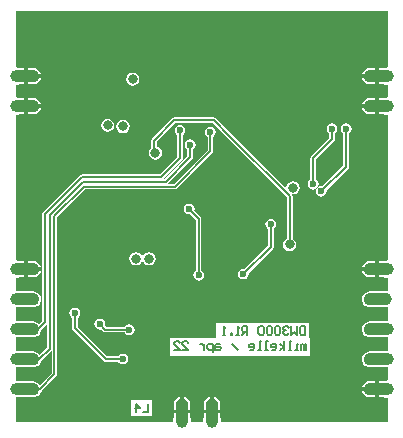
<source format=gbl>
G04*
G04 #@! TF.GenerationSoftware,Altium Limited,Altium NEXUS,5.8.2 (18)*
G04*
G04 Layer_Physical_Order=4*
G04 Layer_Color=16711680*
%FSLAX44Y44*%
%MOMM*%
G71*
G04*
G04 #@! TF.SameCoordinates,3A1DB9EE-8D2C-4681-89B5-BFB965533D06*
G04*
G04*
G04 #@! TF.FilePolarity,Positive*
G04*
G01*
G75*
%ADD15C,0.2000*%
%ADD23C,0.6000*%
%ADD59C,1.0000*%
%ADD60C,0.1700*%
%ADD63C,0.8000*%
G36*
X315000Y300005D02*
X313032Y299746D01*
X311288Y299024D01*
X308000D01*
Y297400D01*
X315000D01*
Y294025D01*
Y290775D01*
Y287400D01*
X308000D01*
Y285776D01*
X311288D01*
X313032Y285054D01*
X315000Y284795D01*
Y274605D01*
X313032Y274346D01*
X311288Y273624D01*
X308000D01*
Y272000D01*
X315000D01*
Y268625D01*
Y265375D01*
Y262000D01*
X308000D01*
Y260376D01*
X311288D01*
X313032Y259654D01*
X315000Y259395D01*
Y136605D01*
X313032Y136346D01*
X311288Y135624D01*
X308000D01*
Y134000D01*
X315000D01*
Y130625D01*
Y127375D01*
Y124000D01*
X308000D01*
Y122376D01*
X311288D01*
X313032Y121654D01*
X315000Y121395D01*
Y110224D01*
X299005D01*
X298707Y110100D01*
X298384D01*
X296546Y109339D01*
X296318Y109110D01*
X296020Y108987D01*
X294613Y107580D01*
X294490Y107282D01*
X294261Y107054D01*
X293500Y105216D01*
Y104893D01*
X293376Y104594D01*
Y102605D01*
X293500Y102307D01*
Y101984D01*
X294261Y100146D01*
X294490Y99918D01*
X294613Y99620D01*
X296020Y98213D01*
X296318Y98090D01*
X296546Y97861D01*
X298384Y97100D01*
X298707D01*
X299005Y96976D01*
X315000D01*
Y84824D01*
X299005D01*
X298707Y84700D01*
X298384D01*
X296546Y83939D01*
X296318Y83710D01*
X296020Y83587D01*
X294613Y82180D01*
X294490Y81882D01*
X294261Y81654D01*
X293500Y79816D01*
Y79493D01*
X293376Y79194D01*
Y77205D01*
X293500Y76907D01*
Y76584D01*
X294261Y74746D01*
X294490Y74518D01*
X294613Y74220D01*
X296020Y72813D01*
X296318Y72689D01*
X296546Y72461D01*
X298384Y71700D01*
X298707D01*
X299005Y71576D01*
X315000D01*
Y59424D01*
X299005D01*
X298707Y59300D01*
X298384D01*
X296546Y58539D01*
X296318Y58310D01*
X296020Y58187D01*
X294613Y56780D01*
X294490Y56482D01*
X294261Y56254D01*
X293500Y54416D01*
Y54093D01*
X293376Y53794D01*
Y51805D01*
X293500Y51507D01*
Y51184D01*
X294261Y49346D01*
X294490Y49118D01*
X294613Y48820D01*
X296020Y47413D01*
X296318Y47290D01*
X296546Y47061D01*
X298384Y46300D01*
X298707D01*
X299005Y46176D01*
X315000D01*
Y35005D01*
X313032Y34746D01*
X311288Y34024D01*
X308000D01*
Y32400D01*
X315000D01*
Y29025D01*
Y25775D01*
Y22400D01*
X308000D01*
Y20776D01*
X311288D01*
X313032Y20054D01*
X315000Y19795D01*
Y0D01*
X174005D01*
X173746Y1968D01*
X173024Y3712D01*
Y7000D01*
X171400D01*
Y0D01*
X161400D01*
Y7000D01*
X159776D01*
Y3712D01*
X159054Y1968D01*
X158795Y0D01*
X148605D01*
X148346Y1968D01*
X147624Y3712D01*
Y7000D01*
X146000D01*
Y0D01*
X136000D01*
Y7000D01*
X134376D01*
Y3712D01*
X133654Y1968D01*
X133395Y0D01*
X-0D01*
Y20776D01*
X0D01*
X15994D01*
X16293Y20900D01*
X16616D01*
X18454Y21661D01*
X18682Y21890D01*
X18980Y22013D01*
X20387Y23420D01*
X20510Y23718D01*
X20739Y23946D01*
X21247Y25172D01*
X21317Y25186D01*
X22094Y25706D01*
X34694Y38306D01*
X34694Y38306D01*
X35006Y38772D01*
X35214Y39083D01*
X35396Y40000D01*
Y173008D01*
X58993Y196604D01*
X135000D01*
X135917Y196786D01*
X136694Y197306D01*
X166694Y227306D01*
X166694Y227306D01*
X167006Y227772D01*
X167214Y228083D01*
X167396Y229000D01*
Y241189D01*
X168244Y241756D01*
X169239Y243244D01*
X169588Y245000D01*
X169239Y246756D01*
X168244Y248244D01*
X166756Y249239D01*
X165000Y249588D01*
X163244Y249239D01*
X161756Y248244D01*
X160761Y246756D01*
X160412Y245000D01*
X160761Y243244D01*
X161756Y241756D01*
X162604Y241189D01*
Y229993D01*
X134008Y201396D01*
X128785D01*
X149694Y222306D01*
X150214Y223083D01*
X150396Y224000D01*
Y230827D01*
X151244Y231394D01*
X152239Y232882D01*
X152588Y234638D01*
X152239Y236394D01*
X151244Y237882D01*
X149756Y238877D01*
X148000Y239226D01*
X146244Y238877D01*
X144756Y237882D01*
X143761Y236394D01*
X143412Y234638D01*
X143761Y232882D01*
X144756Y231394D01*
X145604Y230827D01*
Y224993D01*
X126007Y205396D01*
X124784D01*
X140895Y221507D01*
X141415Y222284D01*
X141597Y223201D01*
Y242824D01*
X142445Y243391D01*
X143440Y244879D01*
X143789Y246635D01*
X143440Y248391D01*
X142445Y249879D01*
X140957Y250874D01*
X139201Y251223D01*
X137445Y250874D01*
X135957Y249879D01*
X134962Y248391D01*
X134613Y246635D01*
X134962Y244879D01*
X135957Y243391D01*
X136805Y242824D01*
Y224193D01*
X122008Y209396D01*
X56000D01*
X55083Y209214D01*
X54772Y209006D01*
X54306Y208694D01*
X54306Y208694D01*
X23306Y177694D01*
X22786Y176917D01*
X22604Y176000D01*
Y84993D01*
X20089Y82478D01*
X18980Y83587D01*
X18682Y83710D01*
X18454Y83939D01*
X16616Y84700D01*
X16293D01*
X15994Y84824D01*
X0D01*
X-0D01*
Y96976D01*
X0D01*
X15994D01*
X16293Y97100D01*
X16616D01*
X18454Y97861D01*
X18682Y98090D01*
X18980Y98213D01*
X20387Y99620D01*
X20510Y99918D01*
X20739Y100146D01*
X21500Y101984D01*
Y102307D01*
X21624Y102605D01*
Y104594D01*
X21500Y104893D01*
Y105216D01*
X20739Y107054D01*
X20510Y107282D01*
X20387Y107580D01*
X18980Y108987D01*
X18682Y109110D01*
X18454Y109339D01*
X16616Y110100D01*
X16293D01*
X15994Y110224D01*
X0D01*
X-0D01*
Y121395D01*
X0D01*
X1968Y121654D01*
X3712Y122376D01*
X7000D01*
Y124000D01*
X0D01*
Y127375D01*
Y130625D01*
Y134000D01*
X7000D01*
Y135624D01*
X3712D01*
X1968Y136346D01*
X0Y136605D01*
X-0D01*
X0Y259417D01*
D01*
X1968Y259676D01*
X3712Y260398D01*
X7000D01*
Y262022D01*
X0D01*
Y265397D01*
Y268647D01*
Y272022D01*
X7000D01*
Y273645D01*
X3712D01*
X1968Y274368D01*
X0Y274627D01*
D01*
Y284817D01*
D01*
X1968Y285076D01*
X3712Y285798D01*
X7000D01*
Y287422D01*
X0D01*
Y290797D01*
Y294047D01*
Y297422D01*
X7000D01*
Y299045D01*
X3712D01*
X1968Y299768D01*
X0Y300027D01*
D01*
Y348000D01*
X315000D01*
Y300005D01*
D02*
G37*
G36*
Y98600D02*
X299005D01*
X297168Y99361D01*
X295761Y100768D01*
X295000Y102605D01*
Y104594D01*
X295761Y106432D01*
X297168Y107839D01*
X299005Y108600D01*
X315000D01*
Y98600D01*
D02*
G37*
G36*
X17832Y107839D02*
X19239Y106432D01*
X20000Y104594D01*
Y102605D01*
X19239Y100768D01*
X17832Y99361D01*
X15994Y98600D01*
X0D01*
Y108600D01*
X15994D01*
X17832Y107839D01*
D02*
G37*
G36*
X315000Y73200D02*
X299005D01*
X297168Y73961D01*
X295761Y75368D01*
X295000Y77205D01*
Y79194D01*
X295761Y81032D01*
X297168Y82439D01*
X299005Y83200D01*
X315000D01*
Y73200D01*
D02*
G37*
G36*
X17832Y82439D02*
X19239Y81032D01*
X20000Y79194D01*
Y77205D01*
X19239Y75368D01*
X17832Y73961D01*
X15994Y73200D01*
X0D01*
Y83200D01*
X15994D01*
X17832Y82439D01*
D02*
G37*
G36*
X26604Y62793D02*
X20447Y56635D01*
X20387Y56780D01*
X18980Y58187D01*
X18682Y58310D01*
X18454Y58539D01*
X16616Y59300D01*
X16293D01*
X15994Y59424D01*
X0D01*
X-0D01*
Y71576D01*
X0D01*
X15994D01*
X16293Y71700D01*
X16616D01*
X18454Y72461D01*
X18682Y72689D01*
X18980Y72813D01*
X20387Y74220D01*
X20510Y74518D01*
X20739Y74746D01*
X21500Y76584D01*
Y76907D01*
X21624Y77205D01*
Y77235D01*
X26604Y82215D01*
Y62793D01*
D02*
G37*
G36*
X315000Y47800D02*
X299005D01*
X297168Y48561D01*
X295761Y49968D01*
X295000Y51805D01*
Y53794D01*
X295761Y55632D01*
X297168Y57039D01*
X299005Y57800D01*
X315000D01*
Y47800D01*
D02*
G37*
G36*
X17832Y57039D02*
X19239Y55632D01*
X20000Y53794D01*
Y51805D01*
X19239Y49968D01*
X17832Y48561D01*
X15994Y47800D01*
X0D01*
Y57800D01*
X15994D01*
X17832Y57039D01*
D02*
G37*
G36*
X30604Y40992D02*
X20602Y30990D01*
X20510Y31082D01*
X20387Y31380D01*
X18980Y32787D01*
X18682Y32910D01*
X18454Y33139D01*
X16616Y33900D01*
X16293D01*
X15994Y34024D01*
X0D01*
X-0D01*
Y46176D01*
X0D01*
X15994D01*
X16293Y46300D01*
X16616D01*
X18454Y47061D01*
X18682Y47290D01*
X18980Y47413D01*
X20387Y48820D01*
X20510Y49118D01*
X20739Y49346D01*
X21381Y50896D01*
X21694Y51106D01*
X30604Y60016D01*
Y40992D01*
D02*
G37*
G36*
X17832Y31639D02*
X19239Y30232D01*
X20000Y28394D01*
Y26405D01*
X19239Y24568D01*
X17832Y23161D01*
X15994Y22400D01*
X0D01*
Y32400D01*
X15994D01*
X17832Y31639D01*
D02*
G37*
%LPC*%
G36*
X17744Y299045D02*
X10250D01*
Y297422D01*
X15994D01*
X17832Y296661D01*
X19239Y295254D01*
X19739Y294047D01*
X21260D01*
Y295529D01*
X17744Y299045D01*
D02*
G37*
G36*
X304750Y299024D02*
X297256D01*
X293740Y295508D01*
Y294025D01*
X295261D01*
X295761Y295232D01*
X297168Y296639D01*
X299005Y297400D01*
X304750D01*
Y299024D01*
D02*
G37*
G36*
X21260Y290797D02*
X19739D01*
X19239Y289590D01*
X17832Y288183D01*
X15994Y287422D01*
X10250D01*
Y285798D01*
X17744D01*
X21260Y289314D01*
Y290797D01*
D02*
G37*
G36*
X295261Y290775D02*
X293740D01*
Y289293D01*
X297256Y285776D01*
X304750D01*
Y287400D01*
X299005D01*
X297168Y288161D01*
X295761Y289568D01*
X295261Y290775D01*
D02*
G37*
G36*
X99238Y295608D02*
X97092Y295181D01*
X95273Y293965D01*
X94057Y292146D01*
X93630Y290000D01*
X94057Y287854D01*
X95273Y286035D01*
X97092Y284819D01*
X99238Y284392D01*
X101384Y284819D01*
X103203Y286035D01*
X104419Y287854D01*
X104846Y290000D01*
X104419Y292146D01*
X103203Y293965D01*
X101384Y295181D01*
X99238Y295608D01*
D02*
G37*
G36*
X17744Y273645D02*
X10250D01*
Y272022D01*
X15994D01*
X17832Y271261D01*
X19239Y269854D01*
X19739Y268647D01*
X21260D01*
Y270129D01*
X17744Y273645D01*
D02*
G37*
G36*
X304750Y273624D02*
X297256D01*
X293740Y270107D01*
Y268625D01*
X295261D01*
X295761Y269832D01*
X297168Y271239D01*
X299005Y272000D01*
X304750D01*
Y273624D01*
D02*
G37*
G36*
X21260Y265397D02*
X19739D01*
X19239Y264189D01*
X17832Y262783D01*
X15994Y262022D01*
X10250D01*
Y260398D01*
X17744D01*
X21260Y263914D01*
Y265397D01*
D02*
G37*
G36*
X295261Y265375D02*
X293740D01*
Y263892D01*
X297256Y260376D01*
X304750D01*
Y262000D01*
X299005D01*
X297168Y262761D01*
X295761Y264168D01*
X295261Y265375D01*
D02*
G37*
G36*
X78000Y256608D02*
X75854Y256181D01*
X74035Y254965D01*
X72819Y253146D01*
X72392Y251000D01*
X72819Y248854D01*
X74035Y247035D01*
X75854Y245819D01*
X78000Y245392D01*
X80146Y245819D01*
X81965Y247035D01*
X83181Y248854D01*
X83608Y251000D01*
X83181Y253146D01*
X81965Y254965D01*
X80146Y256181D01*
X78000Y256608D01*
D02*
G37*
G36*
X91000Y255608D02*
X88854Y255181D01*
X87035Y253965D01*
X85819Y252146D01*
X85392Y250000D01*
X85819Y247854D01*
X87035Y246035D01*
X88854Y244819D01*
X91000Y244392D01*
X93146Y244819D01*
X94965Y246035D01*
X96181Y247854D01*
X96608Y250000D01*
X96181Y252146D01*
X94965Y253965D01*
X93146Y255181D01*
X91000Y255608D01*
D02*
G37*
G36*
X280000Y252588D02*
X278244Y252239D01*
X276756Y251244D01*
X275761Y249756D01*
X275412Y248000D01*
X275761Y246244D01*
X276756Y244756D01*
X277604Y244189D01*
Y216992D01*
X260001Y199389D01*
X259000Y199588D01*
X257244Y199239D01*
X255756Y198244D01*
X254761Y196756D01*
X254412Y195000D01*
X254761Y193244D01*
X255756Y191756D01*
X257244Y190761D01*
X259000Y190412D01*
X260756Y190761D01*
X262244Y191756D01*
X263239Y193244D01*
X263588Y195000D01*
X263389Y196001D01*
X281694Y214306D01*
X282214Y215083D01*
X282396Y216000D01*
Y244189D01*
X283244Y244756D01*
X284239Y246244D01*
X284588Y248000D01*
X284239Y249756D01*
X283244Y251244D01*
X281756Y252239D01*
X280000Y252588D01*
D02*
G37*
G36*
X268000D02*
X266244Y252239D01*
X264756Y251244D01*
X263761Y249756D01*
X263412Y248000D01*
X263761Y246244D01*
X264756Y244756D01*
X265604Y244189D01*
Y239993D01*
X250306Y224694D01*
X249786Y223917D01*
X249604Y223000D01*
Y204811D01*
X248756Y204244D01*
X247761Y202756D01*
X247412Y201000D01*
X247761Y199244D01*
X248756Y197756D01*
X250244Y196761D01*
X252000Y196412D01*
X253756Y196761D01*
X255244Y197756D01*
X256239Y199244D01*
X256588Y201000D01*
X256239Y202756D01*
X255244Y204244D01*
X254396Y204811D01*
Y222008D01*
X269694Y237306D01*
X270214Y238083D01*
X270396Y239000D01*
Y244189D01*
X271244Y244756D01*
X272239Y246244D01*
X272588Y248000D01*
X272239Y249756D01*
X271244Y251244D01*
X269756Y252239D01*
X268000Y252588D01*
D02*
G37*
G36*
X168000Y257549D02*
X134172D01*
X133196Y257355D01*
X132922Y257172D01*
X132369Y256802D01*
X115198Y239631D01*
X114645Y238804D01*
X114451Y237828D01*
Y234624D01*
X114645Y233648D01*
X114803Y233412D01*
Y231644D01*
X114535Y231465D01*
X113319Y229646D01*
X112892Y227500D01*
X113319Y225354D01*
X114535Y223535D01*
X116354Y222319D01*
X118500Y221892D01*
X120646Y222319D01*
X122465Y223535D01*
X123681Y225354D01*
X124108Y227500D01*
X123681Y229646D01*
X122465Y231465D01*
X120646Y232681D01*
X119901Y232829D01*
Y234272D01*
X119707Y235247D01*
X119549Y235483D01*
Y236773D01*
X135227Y252451D01*
X166944D01*
X179198Y240198D01*
X229451Y189944D01*
Y154912D01*
X228035Y153965D01*
X226819Y152146D01*
X226392Y150000D01*
X226819Y147854D01*
X228035Y146035D01*
X229854Y144819D01*
X232000Y144392D01*
X234146Y144819D01*
X235965Y146035D01*
X237181Y147854D01*
X237608Y150000D01*
X237181Y152146D01*
X235965Y153965D01*
X234549Y154912D01*
Y191000D01*
X234355Y191975D01*
X233935Y192604D01*
X235000Y192392D01*
X237146Y192819D01*
X238965Y194035D01*
X240181Y195854D01*
X240608Y198000D01*
X240181Y200146D01*
X238965Y201965D01*
X237146Y203181D01*
X235000Y203608D01*
X232854Y203181D01*
X231035Y201965D01*
X229819Y200146D01*
X229392Y198000D01*
X229588Y197017D01*
X182803Y243802D01*
X182802Y243802D01*
X169802Y256802D01*
X168976Y257355D01*
X168000Y257549D01*
D02*
G37*
G36*
X113000Y143608D02*
X110854Y143181D01*
X109035Y141965D01*
X107819Y140146D01*
X107500Y138542D01*
X107181Y140146D01*
X105965Y141965D01*
X104146Y143181D01*
X102000Y143608D01*
X99854Y143181D01*
X98035Y141965D01*
X96819Y140146D01*
X96392Y138000D01*
X96819Y135854D01*
X98035Y134035D01*
X99854Y132819D01*
X102000Y132392D01*
X104146Y132819D01*
X105965Y134035D01*
X107181Y135854D01*
X107500Y137458D01*
X107819Y135854D01*
X109035Y134035D01*
X110854Y132819D01*
X113000Y132392D01*
X115146Y132819D01*
X116965Y134035D01*
X118181Y135854D01*
X118608Y138000D01*
X118181Y140146D01*
X116965Y141965D01*
X115146Y143181D01*
X113000Y143608D01*
D02*
G37*
G36*
X304750Y135624D02*
X297256D01*
X293740Y132107D01*
Y130625D01*
X295261D01*
X295761Y131832D01*
X297168Y133239D01*
X299005Y134000D01*
X304750D01*
Y135624D01*
D02*
G37*
G36*
X17744D02*
X10250D01*
Y134000D01*
X15994D01*
X17832Y133239D01*
X19239Y131832D01*
X19739Y130625D01*
X21260D01*
Y132107D01*
X17744Y135624D01*
D02*
G37*
G36*
X216000Y171588D02*
X214244Y171239D01*
X212756Y170244D01*
X211761Y168756D01*
X211412Y167000D01*
X211761Y165244D01*
X212756Y163756D01*
X213451Y163291D01*
Y149056D01*
X193820Y129425D01*
X193000Y129588D01*
X191244Y129239D01*
X189756Y128244D01*
X188761Y126756D01*
X188412Y125000D01*
X188761Y123244D01*
X189756Y121756D01*
X191244Y120761D01*
X193000Y120412D01*
X194756Y120761D01*
X196244Y121756D01*
X197239Y123244D01*
X197588Y125000D01*
X197425Y125820D01*
X217802Y146198D01*
X218172Y146750D01*
X218355Y147025D01*
X218549Y148000D01*
Y163291D01*
X219244Y163756D01*
X220239Y165244D01*
X220588Y167000D01*
X220239Y168756D01*
X219244Y170244D01*
X217756Y171239D01*
X216000Y171588D01*
D02*
G37*
G36*
X295261Y127375D02*
X293740D01*
Y125892D01*
X297256Y122376D01*
X304750D01*
Y124000D01*
X299005D01*
X297168Y124761D01*
X295761Y126168D01*
X295261Y127375D01*
D02*
G37*
G36*
X21260Y127375D02*
X19739D01*
X19239Y126168D01*
X17832Y124761D01*
X15994Y124000D01*
X10250D01*
Y122376D01*
X17744D01*
X21260Y125892D01*
Y127375D01*
D02*
G37*
G36*
X147000Y184588D02*
X145244Y184239D01*
X143756Y183244D01*
X142761Y181756D01*
X142412Y180000D01*
X142761Y178244D01*
X143756Y176756D01*
X145244Y175761D01*
X147000Y175412D01*
X148001Y175611D01*
X152604Y171008D01*
Y127811D01*
X151756Y127244D01*
X150761Y125756D01*
X150412Y124000D01*
X150761Y122244D01*
X151756Y120756D01*
X153244Y119761D01*
X155000Y119412D01*
X156756Y119761D01*
X158244Y120756D01*
X159239Y122244D01*
X159588Y124000D01*
X159239Y125756D01*
X158244Y127244D01*
X157396Y127811D01*
Y172000D01*
X157214Y172917D01*
X157006Y173228D01*
X156694Y173694D01*
X156694Y173694D01*
X151389Y178999D01*
X151588Y180000D01*
X151239Y181756D01*
X150244Y183244D01*
X148756Y184239D01*
X147000Y184588D01*
D02*
G37*
G36*
X71256Y87088D02*
X69501Y86739D01*
X68012Y85744D01*
X67018Y84256D01*
X66668Y82500D01*
X67018Y80744D01*
X68012Y79256D01*
X69501Y78261D01*
X71256Y77912D01*
X72257Y78111D01*
X74062Y76306D01*
X74840Y75786D01*
X75757Y75604D01*
X92445D01*
X93012Y74756D01*
X94501Y73761D01*
X96257Y73412D01*
X98012Y73761D01*
X99501Y74756D01*
X100495Y76244D01*
X100845Y78000D01*
X100495Y79756D01*
X99501Y81244D01*
X98012Y82239D01*
X96257Y82588D01*
X94501Y82239D01*
X93012Y81244D01*
X92445Y80396D01*
X76749D01*
X75646Y81500D01*
X75845Y82500D01*
X75495Y84256D01*
X74501Y85744D01*
X73012Y86739D01*
X71256Y87088D01*
D02*
G37*
G36*
X248500Y83898D02*
X169790D01*
Y71230D01*
X131136D01*
Y55500D01*
X249500D01*
Y71230D01*
X248500D01*
Y83898D01*
D02*
G37*
G36*
X50257Y96588D02*
X48501Y96239D01*
X47012Y95244D01*
X46018Y93756D01*
X45668Y92000D01*
X46018Y90244D01*
X47012Y88756D01*
X47860Y88189D01*
Y79000D01*
X48043Y78083D01*
X48562Y77306D01*
X74562Y51306D01*
X75340Y50786D01*
X76257Y50604D01*
X87189D01*
X87756Y49756D01*
X89244Y48761D01*
X91000Y48412D01*
X92756Y48761D01*
X94244Y49756D01*
X95239Y51244D01*
X95588Y53000D01*
X95239Y54756D01*
X94244Y56244D01*
X92756Y57239D01*
X91000Y57588D01*
X89244Y57239D01*
X87756Y56244D01*
X87189Y55396D01*
X77249D01*
X52653Y79993D01*
Y88189D01*
X53501Y88756D01*
X54495Y90244D01*
X54845Y92000D01*
X54495Y93756D01*
X53501Y95244D01*
X52012Y96239D01*
X50257Y96588D01*
D02*
G37*
G36*
X304750Y34024D02*
X297256D01*
X293740Y30508D01*
Y29025D01*
X295261D01*
X295761Y30232D01*
X297168Y31639D01*
X299005Y32400D01*
X304750D01*
Y34024D01*
D02*
G37*
G36*
X295261Y25775D02*
X293740D01*
Y24293D01*
X297256Y20776D01*
X304750D01*
Y22400D01*
X299005D01*
X297168Y23161D01*
X295761Y24568D01*
X295261Y25775D01*
D02*
G37*
G36*
X169508Y21260D02*
X168025D01*
Y19739D01*
X169232Y19239D01*
X170639Y17832D01*
X171400Y15994D01*
Y15000D01*
Y10250D01*
X173024D01*
Y17744D01*
X169508Y21260D01*
D02*
G37*
G36*
X164775D02*
X163293D01*
X159776Y17744D01*
Y10250D01*
X161400D01*
Y15000D01*
Y15994D01*
X162161Y17832D01*
X163568Y19239D01*
X164775Y19739D01*
Y21260D01*
D02*
G37*
G36*
X144108D02*
X142625D01*
Y19739D01*
X143832Y19239D01*
X145239Y17832D01*
X146000Y15994D01*
Y15000D01*
Y10250D01*
X147624D01*
Y17744D01*
X144108Y21260D01*
D02*
G37*
G36*
X139375D02*
X137893D01*
X134376Y17744D01*
Y10250D01*
X136000D01*
Y15000D01*
Y15994D01*
X136761Y17832D01*
X138168Y19239D01*
X139375Y19739D01*
Y21260D01*
D02*
G37*
G36*
X115750Y18148D02*
X97687D01*
Y4750D01*
X115750D01*
Y18148D01*
D02*
G37*
%LPD*%
D15*
X117352Y228648D02*
X118500Y227500D01*
X117000Y234624D02*
X117352Y234272D01*
Y228648D02*
Y234272D01*
X117000Y234624D02*
Y237828D01*
X168000Y255000D02*
X181000Y242000D01*
Y242000D02*
Y242000D01*
Y242000D02*
X232000Y191000D01*
Y150000D02*
Y191000D01*
X134172Y255000D02*
X168000D01*
X193000Y125000D02*
X216000Y148000D01*
Y167000D01*
X117000Y237828D02*
X134172Y255000D01*
D23*
X96257Y78000D02*
D03*
X13250Y156000D02*
D03*
X156750Y339000D02*
D03*
X297000Y244250D02*
D03*
X254500Y276750D02*
D03*
X197000Y306250D02*
D03*
X237500Y87000D02*
D03*
X289000Y38250D02*
D03*
X282750Y304250D02*
D03*
X25750Y221500D02*
D03*
X50250Y17750D02*
D03*
X211750Y17500D02*
D03*
X300000Y180500D02*
D03*
X263250Y216000D02*
D03*
X173250Y151500D02*
D03*
X163750Y211500D02*
D03*
X61500Y169500D02*
D03*
X113750Y170500D02*
D03*
X44250Y251750D02*
D03*
X304000Y65750D02*
D03*
X304750Y90500D02*
D03*
Y116125D02*
D03*
X13250Y117250D02*
D03*
X12250Y90000D02*
D03*
X14750Y39500D02*
D03*
X13500Y65250D02*
D03*
X153120Y320966D02*
D03*
X107000Y318000D02*
D03*
X115272Y320529D02*
D03*
X123812D02*
D03*
X132352D02*
D03*
X148621Y328225D02*
D03*
X141329Y332670D02*
D03*
X132827Y333471D02*
D03*
X124287D02*
D03*
X115747D02*
D03*
X64000Y321000D02*
D03*
X30250Y341750D02*
D03*
X36052Y334110D02*
D03*
X40001Y326539D02*
D03*
X47051Y321719D02*
D03*
X55508Y320529D02*
D03*
X72588D02*
D03*
X81128D02*
D03*
X89668D02*
D03*
X98150Y319538D02*
D03*
X102212Y333316D02*
D03*
X93731Y334322D02*
D03*
X85233Y333471D02*
D03*
X76693D02*
D03*
X68154D02*
D03*
X59613D02*
D03*
X51094Y334055D02*
D03*
X56000Y341500D02*
D03*
X201925Y333471D02*
D03*
X193385D02*
D03*
X184845D02*
D03*
X176309Y333209D02*
D03*
X168415Y329951D02*
D03*
X162901Y323430D02*
D03*
X180650Y320529D02*
D03*
X189190D02*
D03*
X197730D02*
D03*
X206270D02*
D03*
X260000Y343000D02*
D03*
X264393Y334358D02*
D03*
X255899Y333471D02*
D03*
X247359D02*
D03*
X238819D02*
D03*
X230279D02*
D03*
X221772Y334222D02*
D03*
X213253Y333626D02*
D03*
X216404Y319538D02*
D03*
X224886Y320529D02*
D03*
X233426D02*
D03*
X241966D02*
D03*
X250506D02*
D03*
X259046D02*
D03*
X267525Y321544D02*
D03*
X274696Y326181D02*
D03*
X278804Y333669D02*
D03*
X287000Y342000D02*
D03*
X148000Y234638D02*
D03*
X139201Y246635D02*
D03*
X280000Y248000D02*
D03*
X165000Y245000D02*
D03*
X268000Y248000D02*
D03*
X259000Y195000D02*
D03*
X252000Y201000D02*
D03*
X91000Y53000D02*
D03*
X155000Y124000D02*
D03*
X216000Y167000D02*
D03*
X193000Y125000D02*
D03*
X147000Y180000D02*
D03*
X71256Y82500D02*
D03*
X50257Y92000D02*
D03*
D59*
X315000Y292400D02*
D03*
Y267000D02*
D03*
X141000Y0D02*
D03*
X166400D02*
D03*
X0Y129000D02*
D03*
Y103600D02*
D03*
Y52800D02*
D03*
Y27400D02*
D03*
Y78200D02*
D03*
Y267022D02*
D03*
Y292422D02*
D03*
X315000Y129000D02*
D03*
X314000Y103600D02*
D03*
X315000Y78200D02*
D03*
Y52800D02*
D03*
Y27400D02*
D03*
D60*
X75757Y78000D02*
X96257D01*
X71256Y82500D02*
X75757Y78000D01*
X259000Y195000D02*
X280000Y216000D01*
X252000Y201000D02*
Y223000D01*
X280000Y216000D02*
Y248000D01*
X252000Y223000D02*
X268000Y239000D01*
X56000Y207000D02*
X123000D01*
X139201Y223201D01*
X25000Y176000D02*
X56000Y207000D01*
X76257Y53000D02*
X91000D01*
X50257Y79000D02*
X76257Y53000D01*
X155000Y124000D02*
Y172000D01*
X147000Y180000D02*
X155000Y172000D01*
X57000Y203000D02*
X127000D01*
X148000Y224000D02*
Y234638D01*
X127000Y203000D02*
X148000Y224000D01*
X58000Y199000D02*
X135000D01*
X165000Y229000D02*
Y245000D01*
X135000Y199000D02*
X165000Y229000D01*
X139201Y223201D02*
Y246635D01*
X33000Y40000D02*
Y174000D01*
X20400Y27400D02*
X33000Y40000D01*
Y174000D02*
X58000Y199000D01*
X20000Y52800D02*
X29000Y61800D01*
Y175000D02*
X57000Y203000D01*
X29000Y61800D02*
Y175000D01*
X19200Y78200D02*
X25000Y84000D01*
Y176000D01*
X0Y27400D02*
X20400D01*
X0Y78200D02*
X19200D01*
X0Y52800D02*
X20000D01*
X268000Y239000D02*
Y248000D01*
X50257Y79000D02*
Y92000D01*
X112550Y14948D02*
Y7950D01*
X107885D01*
X102053D02*
Y14948D01*
X105552Y11449D01*
X100887D01*
X246300Y61033D02*
Y65698D01*
X245134D01*
X243967Y64531D01*
Y61033D01*
Y64531D01*
X242801Y65698D01*
X241635Y64531D01*
Y61033D01*
X239302D02*
X236970D01*
X238136D01*
Y65698D01*
X239302D01*
X233471Y61033D02*
X231138D01*
X232304D01*
Y68030D01*
X233471D01*
X227639Y61033D02*
Y68030D01*
Y63365D02*
X224140Y65698D01*
X227639Y63365D02*
X224140Y61033D01*
X217143D02*
X219475D01*
X220642Y62199D01*
Y64531D01*
X219475Y65698D01*
X217143D01*
X215977Y64531D01*
Y63365D01*
X220642D01*
X213644Y61033D02*
X211311D01*
X212478D01*
Y68030D01*
X213644D01*
X207812Y61033D02*
X205480D01*
X206646D01*
Y68030D01*
X207812D01*
X198482Y61033D02*
X200815D01*
X201981Y62199D01*
Y64531D01*
X200815Y65698D01*
X198482D01*
X197316Y64531D01*
Y63365D01*
X201981D01*
X187985Y61033D02*
X183320Y65698D01*
X172824D02*
X170491D01*
X169325Y64531D01*
Y61033D01*
X172824D01*
X173990Y62199D01*
X172824Y63365D01*
X169325D01*
X166992Y58700D02*
Y65698D01*
X163493D01*
X162327Y64531D01*
Y62199D01*
X163493Y61033D01*
X166992D01*
X159994Y65698D02*
Y61033D01*
Y63365D01*
X158828Y64531D01*
X157662Y65698D01*
X156496D01*
X141334Y61033D02*
X145999D01*
X141334Y65698D01*
Y66864D01*
X142500Y68030D01*
X144833D01*
X145999Y66864D01*
X134336Y61033D02*
X139001D01*
X134336Y65698D01*
Y66864D01*
X135502Y68030D01*
X137835D01*
X139001Y66864D01*
X245300Y80698D02*
Y73700D01*
X241801D01*
X240635Y74866D01*
Y79531D01*
X241801Y80698D01*
X245300D01*
X238302D02*
Y73700D01*
X235970Y76033D01*
X233637Y73700D01*
Y80698D01*
X231304Y79531D02*
X230138Y80698D01*
X227806D01*
X226639Y79531D01*
Y78365D01*
X227806Y77199D01*
X228972D01*
X227806D01*
X226639Y76033D01*
Y74866D01*
X227806Y73700D01*
X230138D01*
X231304Y74866D01*
X224307Y79531D02*
X223141Y80698D01*
X220808D01*
X219642Y79531D01*
Y74866D01*
X220808Y73700D01*
X223141D01*
X224307Y74866D01*
Y79531D01*
X217309D02*
X216143Y80698D01*
X213810D01*
X212644Y79531D01*
Y74866D01*
X213810Y73700D01*
X216143D01*
X217309Y74866D01*
Y79531D01*
X210311D02*
X209145Y80698D01*
X206812D01*
X205646Y79531D01*
Y74866D01*
X206812Y73700D01*
X209145D01*
X210311Y74866D01*
Y79531D01*
X196316Y73700D02*
Y80698D01*
X192817D01*
X191651Y79531D01*
Y77199D01*
X192817Y76033D01*
X196316D01*
X193983D02*
X191651Y73700D01*
X189318D02*
X186985D01*
X188152D01*
Y80698D01*
X189318Y79531D01*
X183487Y73700D02*
Y74866D01*
X182320D01*
Y73700D01*
X183487D01*
X177655D02*
X175322D01*
X176489D01*
Y80698D01*
X177655Y79531D01*
D63*
X177250Y194250D02*
D03*
X196000Y37250D02*
D03*
X220500D02*
D03*
X101000Y255500D02*
D03*
X118500Y227500D02*
D03*
X128313Y226828D02*
D03*
X69500Y21250D02*
D03*
X125000Y290650D02*
D03*
X95500Y220250D02*
D03*
X95000Y311000D02*
D03*
X99238Y290000D02*
D03*
X31000Y318000D02*
D03*
X52000Y289000D02*
D03*
X69000Y281000D02*
D03*
X91000Y250000D02*
D03*
X78000Y251000D02*
D03*
X192687Y244688D02*
D03*
X69000Y267000D02*
D03*
X100000Y278000D02*
D03*
X133000Y262999D02*
D03*
X167000Y295000D02*
D03*
X150000D02*
D03*
X156000Y277000D02*
D03*
X226000Y254000D02*
D03*
X235000Y198000D02*
D03*
X57837Y121163D02*
D03*
X79000Y38000D02*
D03*
X49000Y40000D02*
D03*
X178000Y177000D02*
D03*
X204000Y165000D02*
D03*
X223000Y156500D02*
D03*
X221000Y127000D02*
D03*
X102000Y138000D02*
D03*
X113000D02*
D03*
X191000Y144000D02*
D03*
X232000Y150000D02*
D03*
M02*

</source>
